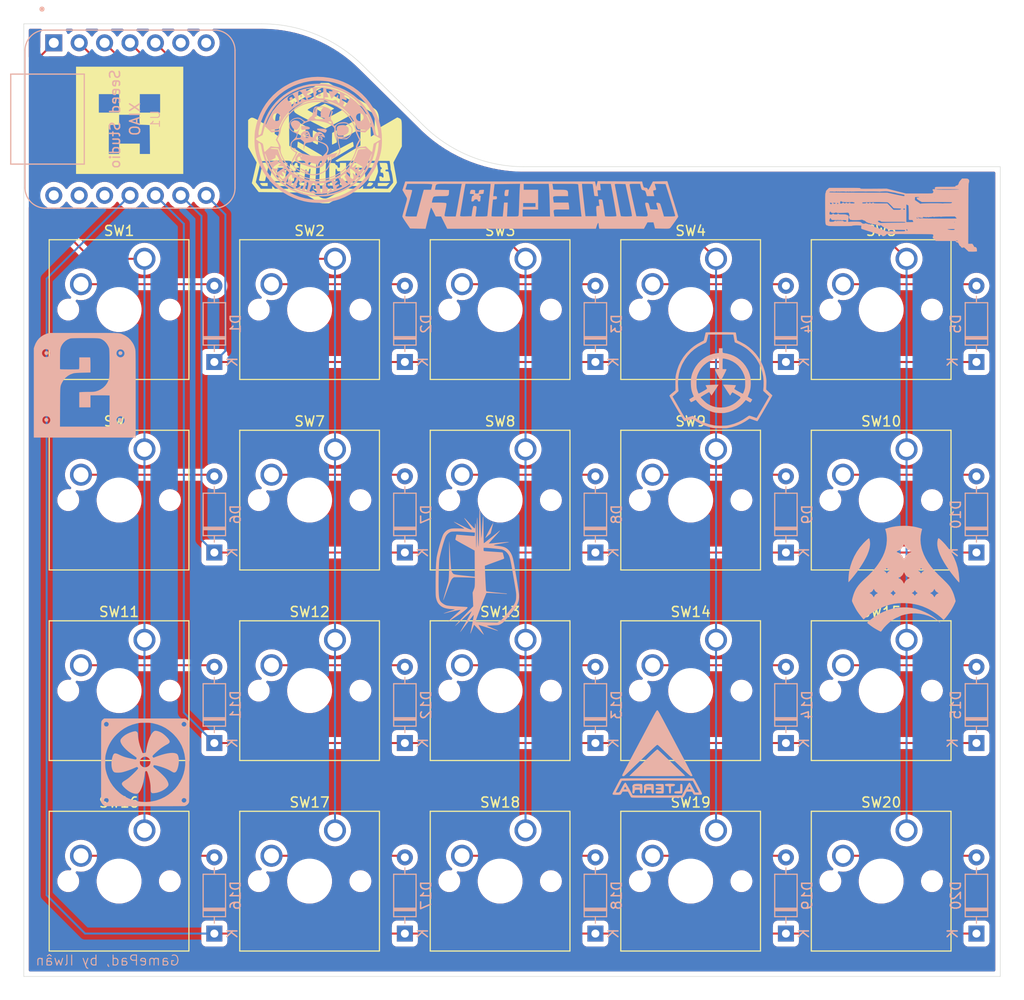
<source format=kicad_pcb>
(kicad_pcb (version 20240108) (generator "pcbnew") (generator_version "8.0")
  (layers (0 "F.Cu" signal) (31 "B.Cu" signal) (34 "B.Paste" user) (35 "F.Paste" user) (36 "B.SilkS" user "B.Silkscreen") (37 "F.SilkS" user "F.Silkscreen") (38 "B.Mask" user) (39 "F.Mask" user) (44 "Edge.Cuts" user))
  (net 0 "")
  (net 1 "row0")
  (net 2 "Net-(D1-A)")
  (net 3 "Net-(D2-A)")
  (net 4 "Net-(D3-A)")
  (net 5 "Net-(D4-A)")
  (net 6 "Net-(D5-A)")
  (net 7 "Net-(D6-A)")
  (net 8 "Net-(D7-A)")
  (net 9 "row1")
  (net 10 "Net-(D8-A)")
  (net 11 "Net-(D9-A)")
  (net 12 "Net-(D10-A)")
  (net 13 "Net-(D11-A)")
  (net 14 "Net-(D12-A)")
  (net 15 "Net-(D13-A)")
  (net 16 "row2")
  (net 17 "Net-(D14-A)")
  (net 18 "Net-(D15-A)")
  (net 19 "Net-(D16-A)")
  (net 20 "Net-(D17-A)")
  (net 21 "Net-(D18-A)")
  (net 22 "column0")
  (net 23 "column1")
  (net 24 "column2")
  (net 25 "column3")
  (net 26 "column4")
  (net 31 "row3")
  (net 32 "Net-(D19-A)")
  (net 33 "Net-(D20-A)")
  (footprint "Button_Switch_Keyboard:SW_Cherry_MX_1.00u_PCB" (layer "F.Cu") (at 126.365 61.595)
    (property "Reference" "SW7" (at -2.54 -2.794 0) (layer "F.SilkS"))
    (property "Value" "SW_Push_45deg")
    (pad "" np_thru_hole circle (at -7.62 5.08) (size 1.7 1.7) (drill 1.7) (layers "*.Cu" "*.Mask"))
    (pad "" np_thru_hole circle (at -2.54 5.08) (size 4 4) (drill 4) (layers "*.Cu" "*.Mask"))
    (pad "" np_thru_hole circle (at 2.54 5.08) (size 1.7 1.7) (drill 1.7) (layers "*.Cu" "*.Mask"))
    (pad "1" thru_hole circle (at 0 0) (size 2.2 2.2) (drill 1.5) (layers "*.Cu" "*.Mask") (net 23 "column1"))
    (pad "2" thru_hole circle (at -6.35 2.54) (size 2.2 2.2) (drill 1.5) (layers "*.Cu" "*.Mask") (net 8 "Net-(D7-A)"))
  )
  (footprint "Button_Switch_Keyboard:SW_Cherry_MX_1.00u_PCB" (layer "F.Cu") (at 164.465 80.645)
    (property "Reference" "SW14" (at -2.54 -2.794 0) (layer "F.SilkS"))
    (property "Value" "SW_Push_45deg")
    (pad "" np_thru_hole circle (at -7.62 5.08) (size 1.7 1.7) (drill 1.7) (layers "*.Cu" "*.Mask"))
    (pad "" np_thru_hole circle (at -2.54 5.08) (size 4 4) (drill 4) (layers "*.Cu" "*.Mask"))
    (pad "" np_thru_hole circle (at 2.54 5.08) (size 1.7 1.7) (drill 1.7) (layers "*.Cu" "*.Mask"))
    (pad "1" thru_hole circle (at 0 0) (size 2.2 2.2) (drill 1.5) (layers "*.Cu" "*.Mask") (net 25 "column3"))
    (pad "2" thru_hole circle (at -6.35 2.54) (size 2.2 2.2) (drill 1.5) (layers "*.Cu" "*.Mask") (net 17 "Net-(D14-A)"))
  )
  (footprint "Button_Switch_Keyboard:SW_Cherry_MX_1.00u_PCB" (layer "F.Cu") (at 145.415 42.545)
    (property "Reference" "SW3" (at -2.54 -2.794 0) (layer "F.SilkS"))
    (property "Value" "SW_Push_45deg")
    (pad "" np_thru_hole circle (at -7.62 5.08) (size 1.7 1.7) (drill 1.7) (layers "*.Cu" "*.Mask"))
    (pad "" np_thru_hole circle (at -2.54 5.08) (size 4 4) (drill 4) (layers "*.Cu" "*.Mask"))
    (pad "" np_thru_hole circle (at 2.54 5.08) (size 1.7 1.7) (drill 1.7) (layers "*.Cu" "*.Mask"))
    (pad "1" thru_hole circle (at 0 0) (size 2.2 2.2) (drill 1.5) (layers "*.Cu" "*.Mask") (net 24 "column2"))
    (pad "2" thru_hole circle (at -6.35 2.54) (size 2.2 2.2) (drill 1.5) (layers "*.Cu" "*.Mask") (net 4 "Net-(D3-A)"))
  )
  (footprint "Button_Switch_Keyboard:SW_Cherry_MX_1.00u_PCB" (layer "F.Cu") (at 164.465 99.695)
    (property "Reference" "SW19" (at -2.54 -2.794 0) (layer "F.SilkS"))
    (property "Value" "SW_Push_45deg")
    (pad "" np_thru_hole circle (at -7.62 5.08) (size 1.7 1.7) (drill 1.7) (layers "*.Cu" "*.Mask"))
    (pad "" np_thru_hole circle (at -2.54 5.08) (size 4 4) (drill 4) (layers "*.Cu" "*.Mask"))
    (pad "" np_thru_hole circle (at 2.54 5.08) (size 1.7 1.7) (drill 1.7) (layers "*.Cu" "*.Mask"))
    (pad "1" thru_hole circle (at 0 0) (size 2.2 2.2) (drill 1.5) (layers "*.Cu" "*.Mask") (net 25 "column3"))
    (pad "2" thru_hole circle (at -6.35 2.54) (size 2.2 2.2) (drill 1.5) (layers "*.Cu" "*.Mask") (net 32 "Net-(D19-A)"))
  )
  (footprint "Button_Switch_Keyboard:SW_Cherry_MX_1.00u_PCB" (layer "F.Cu") (at 145.415 80.645)
    (property "Reference" "SW13" (at -2.54 -2.794 0) (layer "F.SilkS"))
    (property "Value" "SW_Push_45deg")
    (pad "" np_thru_hole circle (at -7.62 5.08) (size 1.7 1.7) (drill 1.7) (layers "*.Cu" "*.Mask"))
    (pad "" np_thru_hole circle (at -2.54 5.08) (size 4 4) (drill 4) (layers "*.Cu" "*.Mask"))
    (pad "" np_thru_hole circle (at 2.54 5.08) (size 1.7 1.7) (drill 1.7) (layers "*.Cu" "*.Mask"))
    (pad "1" thru_hole circle (at 0 0) (size 2.2 2.2) (drill 1.5) (layers "*.Cu" "*.Mask") (net 24 "column2"))
    (pad "2" thru_hole circle (at -6.35 2.54) (size 2.2 2.2) (drill 1.5) (layers "*.Cu" "*.Mask") (net 15 "Net-(D13-A)"))
  )
  (footprint "Button_Switch_Keyboard:SW_Cherry_MX_1.00u_PCB" (layer "F.Cu") (at 164.465 61.595)
    (property "Reference" "SW9" (at -2.54 -2.794 0) (layer "F.SilkS"))
    (property "Value" "SW_Push_45deg")
    (pad "" np_thru_hole circle (at -7.62 5.08) (size 1.7 1.7) (drill 1.7) (layers "*.Cu" "*.Mask"))
    (pad "" np_thru_hole circle (at -2.54 5.08) (size 4 4) (drill 4) (layers "*.Cu" "*.Mask"))
    (pad "" np_thru_hole circle (at 2.54 5.08) (size 1.7 1.7) (drill 1.7) (layers "*.Cu" "*.Mask"))
    (pad "1" thru_hole circle (at 0 0) (size 2.2 2.2) (drill 1.5) (layers "*.Cu" "*.Mask") (net 25 "column3"))
    (pad "2" thru_hole circle (at -6.35 2.54) (size 2.2 2.2) (drill 1.5) (layers "*.Cu" "*.Mask") (net 11 "Net-(D9-A)"))
  )
  (footprint "LOGO" (layer "F.Cu") (at 106.172 29.464)
    (property "Reference" "G***" (hide yes))
    (property "Value" "LOGO" (hide yes))
  )
  (footprint "Button_Switch_Keyboard:SW_Cherry_MX_1.00u_PCB" (layer "F.Cu") (at 126.365 42.545)
    (property "Reference" "SW2" (at -2.54 -2.794 0) (layer "F.SilkS"))
    (property "Value" "SW_Push_45deg")
    (pad "" np_thru_hole circle (at -7.62 5.08) (size 1.7 1.7) (drill 1.7) (layers "*.Cu" "*.Mask"))
    (pad "" np_thru_hole circle (at -2.54 5.08) (size 4 4) (drill 4) (layers "*.Cu" "*.Mask"))
    (pad "" np_thru_hole circle (at 2.54 5.08) (size 1.7 1.7) (drill 1.7) (layers "*.Cu" "*.Mask"))
    (pad "1" thru_hole circle (at 0 0) (size 2.2 2.2) (drill 1.5) (layers "*.Cu" "*.Mask") (net 23 "column1"))
    (pad "2" thru_hole circle (at -6.35 2.54) (size 2.2 2.2) (drill 1.5) (layers "*.Cu" "*.Mask") (net 3 "Net-(D2-A)"))
  )
  (footprint "Button_Switch_Keyboard:SW_Cherry_MX_1.00u_PCB" (layer "F.Cu") (at 126.365 80.645)
    (property "Reference" "SW12" (at -2.54 -2.794 0) (layer "F.SilkS"))
    (property "Value" "SW_Push_45deg")
    (pad "" np_thru_hole circle (at -7.62 5.08) (size 1.7 1.7) (drill 1.7) (layers "*.Cu" "*.Mask"))
    (pad "" np_thru_hole circle (at -2.54 5.08) (size 4 4) (drill 4) (layers "*.Cu" "*.Mask"))
    (pad "" np_thru_hole circle (at 2.54 5.08) (size 1.7 1.7) (drill 1.7) (layers "*.Cu" "*.Mask"))
    (pad "1" thru_hole circle (at 0 0) (size 2.2 2.2) (drill 1.5) (layers "*.Cu" "*.Mask") (net 23 "column1"))
    (pad "2" thru_hole circle (at -6.35 2.54) (size 2.2 2.2) (drill 1.5) (layers "*.Cu" "*.Mask") (net 14 "Net-(D12-A)"))
  )
  (footprint "Button_Switch_Keyboard:SW_Cherry_MX_1.00u_PCB" (layer "F.Cu") (at 107.315 80.645)
    (property "Reference" "SW11" (at -2.54 -2.794 0) (layer "F.SilkS"))
    (property "Value" "SW_Push_45deg")
    (pad "" np_thru_hole circle (at -7.62 5.08) (size 1.7 1.7) (drill 1.7) (layers "*.Cu" "*.Mask"))
    (pad "" np_thru_hole circle (at -2.54 5.08) (size 4 4) (drill 4) (layers "*.Cu" "*.Mask"))
    (pad "" np_thru_hole circle (at 2.54 5.08) (size 1.7 1.7) (drill 1.7) (layers "*.Cu" "*.Mask"))
    (pad "1" thru_hole circle (at 0 0) (size 2.2 2.2) (drill 1.5) (layers "*.Cu" "*.Mask") (net 22 "column0"))
    (pad "2" thru_hole circle (at -6.35 2.54) (size 2.2 2.2) (drill 1.5) (layers "*.Cu" "*.Mask") (net 13 "Net-(D11-A)"))
  )
  (footprint "Button_Switch_Keyboard:SW_Cherry_MX_1.00u_PCB" (layer "F.Cu") (at 164.465 42.545)
    (property "Reference" "SW4" (at -2.54 -2.794 0) (layer "F.SilkS"))
    (property "Value" "SW_Push_45deg")
    (pad "" np_thru_hole circle (at -7.62 5.08) (size 1.7 1.7) (drill 1.7) (layers "*.Cu" "*.Mask"))
    (pad "" np_thru_hole circle (at -2.54 5.08) (size 4 4) (drill 4) (layers "*.Cu" "*.Mask"))
    (pad "" np_thru_hole circle (at 2.54 5.08) (size 1.7 1.7) (drill 1.7) (layers "*.Cu" "*.Mask"))
    (pad "1" thru_hole circle (at 0 0) (size 2.2 2.2) (drill 1.5) (layers "*.Cu" "*.Mask") (net 25 "column3"))
    (pad "2" thru_hole circle (at -6.35 2.54) (size 2.2 2.2) (drill 1.5) (layers "*.Cu" "*.Mask") (net 5 "Net-(D4-A)"))
  )
  (footprint "Button_Switch_Keyboard:SW_Cherry_MX_1.00u_PCB" (layer "F.Cu") (at 183.515 99.695)
    (property "Reference" "SW20" (at -2.54 -2.794 0) (layer "F.SilkS"))
    (property "Value" "SW_Push_45deg")
    (pad "" np_thru_hole circle (at -7.62 5.08) (size 1.7 1.7) (drill 1.7) (layers "*.Cu" "*.Mask"))
    (pad "" np_thru_hole circle (at -2.54 5.08) (size 4 4) (drill 4) (layers "*.Cu" "*.Mask"))
    (pad "" np_thru_hole circle (at 2.54 5.08) (size 1.7 1.7) (drill 1.7) (layers "*.Cu" "*.Mask"))
    (pad "1" thru_hole circle (at 0 0) (size 2.2 2.2) (drill 1.5) (layers "*.Cu" "*.Mask") (net 26 "column4"))
    (pad "2" thru_hole circle (at -6.35 2.54) (size 2.2 2.2) (drill 1.5) (layers "*.Cu" "*.Mask") (net 33 "Net-(D20-A)"))
  )
  (footprint "Button_Switch_Keyboard:SW_Cherry_MX_1.00u_PCB" (layer "F.Cu") (at 107.315 42.545)
    (property "Reference" "SW1" (at -2.54 -2.794 0) (layer "F.SilkS"))
    (property "Value" "SW_Push_45deg")
    (pad "" np_thru_hole circle (at -7.62 5.08) (size 1.7 1.7) (drill 1.7) (layers "*.Cu" "*.Mask"))
    (pad "" np_thru_hole circle (at -2.54 5.08) (size 4 4) (drill 4) (layers "*.Cu" "*.Mask"))
    (pad "" np_thru_hole circle (at 2.54 5.08) (size 1.7 1.7) (drill 1.7) (layers "*.Cu" "*.Mask"))
    (pad "1" thru_hole circle (at 0 0) (size 2.2 2.2) (drill 1.5) (layers "*.Cu" "*.Mask") (net 22 "column0"))
    (pad "2" thru_hole circle (at -6.35 2.54) (size 2.2 2.2) (drill 1.5) (layers "*.Cu" "*.Mask") (net 2 "Net-(D1-A)"))
  )
  (footprint "Button_Switch_Keyboard:SW_Cherry_MX_1.00u_PCB" (layer "F.Cu") (at 145.415 61.595)
    (property "Reference" "SW8" (at -2.54 -2.794 0) (layer "F.SilkS"))
    (property "Value" "SW_Push_45deg")
    (pad "" np_thru_hole circle (at -7.62 5.08) (size 1.7 1.7) (drill 1.7) (layers "*.Cu" "*.Mask"))
    (pad "" np_thru_hole circle (at -2.54 5.08) (size 4 4) (drill 4) (layers "*.Cu" "*.Mask"))
    (pad "" np_thru_hole circle (at 2.54 5.08) (size 1.7 1.7) (drill 1.7) (layers "*.Cu" "*.Mask"))
    (pad "1" thru_hole circle (at 0 0) (size 2.2 2.2) (drill 1.5) (layers "*.Cu" "*.Mask") (net 24 "column2"))
    (pad "2" thru_hole circle (at -6.35 2.54) (size 2.2 2.2) (drill 1.5) (layers "*.Cu" "*.Mask") (net 10 "Net-(D8-A)"))
  )
  (footprint "Button_Switch_Keyboard:SW_Cherry_MX_1.00u_PCB" (layer "F.Cu") (at 126.365 99.695)
    (property "Reference" "SW17" (at -2.54 -2.794 0) (layer "F.SilkS"))
    (property "Value" "SW_Push_45deg")
    (pad "" np_thru_hole circle (at -7.62 5.08) (size 1.7 1.7) (drill 1.7) (layers "*.Cu" "*.Mask"))
    (pad "" np_thru_hole circle (at -2.54 5.08) (size 4 4) (drill 4) (layers "*.Cu" "*.Mask"))
    (pad "" np_thru_hole circle (at 2.54 5.08) (size 1.7 1.7) (drill 1.7) (layers "*.Cu" "*.Mask"))
    (pad "1" thru_hole circle (at 0 0) (size 2.2 2.2) (drill 1.5) (layers "*.Cu" "*.Mask") (net 23 "column1"))
    (pad "2" thru_hole circle (at -6.35 2.54) (size 2.2 2.2) (drill 1.5) (layers "*.Cu" "*.Mask") (net 20 "Net-(D17-A)"))
  )
  (footprint "Button_Switch_Keyboard:SW_Cherry_MX_1.00u_PCB" (layer "F.Cu") (at 183.515 42.545)
    (property "Reference" "SW5" (at -2.54 -2.794 0) (layer "F.SilkS"))
    (property "Value" "SW_Push_45deg")
    (pad "" np_thru_hole circle (at -7.62 5.08) (size 1.7 1.7) (drill 1.7) (layers "*.Cu" "*.Mask"))
    (pad "" np_thru_hole circle (at -2.54 5.08) (size 4 4) (drill 4) (layers "*.Cu" "*.Mask"))
    (pad "" np_thru_hole circle (at 2.54 5.08) (size 1.7 1.7) (drill 1.7) (layers "*.Cu" "*.Mask"))
    (pad "1" thru_hole circle (at 0 0) (size 2.2 2.2) (drill 1.5) (layers "*.Cu" "*.Mask") (net 26 "column4"))
    (pad "2" thru_hole circle (at -6.35 2.54) (size 2.2 2.2) (drill 1.5) (layers "*.Cu" "*.Mask") (net 6 "Net-(D5-A)"))
  )
  (footprint "Button_Switch_Keyboard:SW_Cherry_MX_1.00u_PCB" (layer "F.Cu") (at 107.315 99.695)
    (property "Reference" "SW16" (at -2.54 -2.794 0) (layer "F.SilkS"))
    (property "Value" "SW_Push_45deg")
    (pad "" np_thru_hole circle (at -7.62 5.08) (size 1.7 1.7) (drill 1.7) (layers "*.Cu" "*.Mask"))
    (pad "" np_thru_hole circle (at -2.54 5.08) (size 4 4) (drill 4) (layers "*.Cu" "*.Mask"))
    (pad "" np_thru_hole circle (at 2.54 5.08) (size 1.7 1.7) (drill 1.7) (layers "*.Cu" "*.Mask"))
    (pad "1" thru_hole circle (at 0 0) (size 2.2 2.2) (drill 1.5) (layers "*.Cu" "*.Mask") (net 22 "column0"))
    (pad "2" thru_hole circle (at -6.35 2.54) (size 2.2 2.2) (drill 1.5) (layers "*.Cu" "*.Mask") (net 19 "Net-(D16-A)"))
  )
  (footprint "Button_Switch_Keyboard:SW_Cherry_MX_1.00u_PCB" (layer "F.Cu") (at 145.415 99.695)
    (property "Reference" "SW18" (at -2.54 -2.794 0) (layer "F.SilkS"))
    (property "Value" "SW_Push_45deg")
    (pad "" np_thru_hole circle (at -7.62 5.08) (size 1.7 1.7) (drill 1.7) (layers "*.Cu" "*.Mask"))
    (pad "" np_thru_hole circle (at -2.54 5.08) (size 4 4) (drill 4) (layers "*.Cu" "*.Mask"))
    (pad "" np_thru_hole circle (at 2.54 5.08) (size 1.7 1.7) (drill 1.7) (layers "*.Cu" "*.Mask"))
    (pad "1" thru_hole circle (at 0 0) (size 2.2 2.2) (drill 1.5) (layers "*.Cu" "*.Mask") (net 24 "column2"))
    (pad "2" thru_hole circle (at -6.35 2.54) (size 2.2 2.2) (drill 1.5) (layers "*.Cu" "*.Mask") (net 21 "Net-(D18-A)"))
  )
  (footprint "Button_Switch_Keyboard:SW_Cherry_MX_1.00u_PCB" (layer "F.Cu") (at 107.315 61.595)
    (property "Reference" "SW6" (at -2.54 -2.794 0) (layer "F.SilkS"))
    (property "Value" "SW_Push_45deg")
    (pad "" np_thru_hole circle (at -7.62 5.08) (size 1.7 1.7) (drill 1.7) (layers "*.Cu" "*.Mask"))
    (pad "" np_thru_hole circle (at -2.54 5.08) (size 4 4) (drill 4) (layers "*.Cu" "*.Mask"))
    (pad "" np_thru_hole circle (at 2.54 5.08) (size 1.7 1.7) (drill 1.7) (layers "*.Cu" "*.Mask"))
    (pad "1" thru_hole circle (at 0 0) (size 2.2 2.2) (drill 1.5) (layers "*.Cu" "*.Mask") (net 22 "column0"))
    (pad "2" thru_hole circle (at -6.35 2.54) (size 2.2 2.2) (drill 1.5) (layers "*.Cu" "*.Mask") (net 7 "Net-(D6-A)"))
  )
  (footprint "LOGO" (layer "F.Cu") (at 125.476 32.512)
    (property "Reference" "G***" (hide yes))
    (property "Value" "LOGO" (hide yes))
  )
  (footprint "Button_Switch_Keyboard:SW_Cherry_MX_1.00u_PCB" (layer "F.Cu") (at 183.515 61.595)
    (property "Reference" "SW10" (at -2.54 -2.794 0) (layer "F.SilkS"))
    (property "Value" "SW_Push_45deg")
    (pad "" np_thru_hole circle (at -7.62 5.08) (size 1.7 1.7) (drill 1.7) (layers "*.Cu" "*.Mask"))
    (pad "" np_thru_hole circle (at -2.54 5.08) (size 4 4) (drill 4) (layers "*.Cu" "*.Mask"))
    (pad "" np_thru_hole circle (at 2.54 5.08) (size 1.7 1.7) (drill 1.7) (layers "*.Cu" "*.Mask"))
    (pad "1" thru_hole circle (at 0 0) (size 2.2 2.2) (drill 1.5) (layers "*.Cu" "*.Mask") (net 26 "column4"))
    (pad "2" thru_hole circle (at -6.35 2.54) (size 2.2 2.2) (drill 1.5) (layers "*.Cu" "*.Mask") (net 12 "Net-(D10-A)"))
  )
  (footprint "Button_Switch_Keyboard:SW_Cherry_MX_1.00u_PCB" (layer "F.Cu") (at 183.515 80.645)
    (property "Reference" "SW15" (at -2.54 -2.794 0) (layer "F.SilkS"))
    (property "Value" "SW_Push_45deg")
    (pad "" np_thru_hole circle (at -7.62 5.08) (size 1.7 1.7) (drill 1.7) (layers "*.Cu" "*.Mask"))
    (pad "" np_thru_hole circle (at -2.54 5.08) (size 4 4) (drill 4) (layers "*.Cu" "*.Mask"))
    (pad "" np_thru_hole circle (at 2.54 5.08) (size 1.7 1.7) (drill 1.7) (layers "*.Cu" "*.Mask"))
    (pad "1" thru_hole circle (at 0 0) (size 2.2 2.2) (drill 1.5) (layers "*.Cu" "*.Mask") (net 26 "column4"))
    (pad "2" thru_hole circle (at -6.35 2.54) (size 2.2 2.2) (drill 1.5) (layers "*.Cu" "*.Mask") (net 18 "Net-(D15-A)"))
  )
  (footprint "Diode_THT:D_DO-35_SOD27_P7.62mm_Horizontal" (layer "B.Cu") (at 152.40192 90.9648 90)
    (property "Reference" "D13" (at 3.81 2.12 90) (layer "B.SilkS") (effects (justify mirror)))
    (property "Value" "1N4148")
    (fp_text user "K" (at 0 1.8 90) (layer "B.SilkS") (effects (justify mirror)))
    (pad "1" thru_hole rect (at 0 0 90) (size 1.6 1.6) (drill 0.8) (layers "*.Cu" "*.Mask") (net 16 "row2"))
    (pad "2" thru_hole oval (at 7.62 0 90) (size 1.6 1.6) (drill 0.8) (layers "*.Cu" "*.Mask") (net 15 "Net-(D13-A)"))
  )
  (footprint "Diode_THT:D_DO-35_SOD27_P7.62mm_Horizontal" (layer "B.Cu") (at 190.5024 90.9648 90)
    (property "Reference" "D15" (at 3.81 -2.06128 90) (layer "B.SilkS") (effects (justify mirror)))
    (property "Value" "1N4148")
    (fp_text user "K" (at 0 -2.38128 90) (layer "B.SilkS") (effects (justify mirror)))
    (pad "1" thru_hole rect (at 0 0 90) (size 1.6 1.6) (drill 0.8) (layers "*.Cu" "*.Mask") (net 16 "row2"))
    (pad "2" thru_hole oval (at 7.62 0 90) (size 1.6 1.6) (drill 0.8) (layers "*.Cu" "*.Mask") (net 18 "Net-(D15-A)"))
  )
  (footprint "Diode_THT:D_DO-35_SOD27_P7.62mm_Horizontal" (layer "B.Cu") (at 152.40192 71.91456 90)
    (property "Reference" "D8" (at 3.81 2.12 90) (layer "B.SilkS") (effects (justify mirror)))
    (property "Value" "1N4148")
    (fp_text user "K" (at 0 1.8 90) (layer "B.SilkS") (effects (justify mirror)))
    (pad "1" thru_hole rect (at 0 0 90) (size 1.6 1.6) (drill 0.8) (layers "*.Cu" "*.Mask") (net 9 "row1"))
    (pad "2" thru_hole oval (at 7.62 0 90) (size 1.6 1.6) (drill 0.8) (layers "*.Cu" "*.Mask") (net 10 "Net-(D8-A)"))
  )
  (footprint "Diode_THT:D_DO-35_SOD27_P7.62mm_Horizontal" (layer "B.Cu") (at 114.30144 90.9648 90)
    (property "Reference" "D11" (at 3.81 2.12 90) (layer "B.SilkS") (effects (justify mirror)))
    (property "Value" "1N4148")
    (fp_text user "K" (at 0 1.8 90) (layer "B.SilkS") (effects (justify mirror)))
    (pad "1" thru_hole rect (at 0 0 90) (size 1.6 1.6) (drill 0.8) (layers "*.Cu" "*.Mask") (net 16 "row2"))
    (pad "2" thru_hole oval (at 7.62 0 90) (size 1.6 1.6) (drill 0.8) (layers "*.Cu" "*.Mask") (net 13 "Net-(D11-A)"))
  )
  (footprint "LOGO" (layer "B.Cu") (at 158.496 92.964 180)
    (property "Reference" "G***" (hide yes))
    (property "Value" "LOGO" (hide yes))
  )
  (footprint "Diode_THT:D_DO-35_SOD27_P7.62mm_Horizontal" (layer "B.Cu") (at 171.45216 71.91456 90)
    (property "Reference" "D9" (at 3.81 2.12 90) (layer "B.SilkS") (effects (justify mirror)))
    (property "Value" "1N4148")
    (fp_text user "K" (at 0 1.8 90) (layer "B.SilkS") (effects (justify mirror)))
    (pad "1" thru_hole rect (at 0 0 90) (size 1.6 1.6) (drill 0.8) (layers "*.Cu" "*.Mask") (net 9 "row1"))
    (pad "2" thru_hole oval (at 7.62 0 90) (size 1.6 1.6) (drill 0.8) (layers "*.Cu" "*.Mask") (net 11 "Net-(D9-A)"))
  )
  (footprint "LOGO" (layer "B.Cu") (at 124.664585 30.96721 180)
    (property "Reference" "G***" (hide yes))
    (property "Value" "LOGO" (hide yes))
  )
  (footprint "Diode_THT:D_DO-35_SOD27_P7.62mm_Horizontal" (layer "B.Cu") (at 133.35168 52.86432 90)
    (property "Reference" "D2" (at 3.81 2.12 90) (layer "B.SilkS") (effects (justify mirror)))
    (property "Value" "1N4148")
    (fp_text user "K" (at 0 1.8 90) (layer "B.SilkS") (effects (justify mirror)))
    (pad "1" thru_hole rect (at 0 0 90) (size 1.6 1.6) (drill 0.8) (layers "*.Cu" "*.Mask") (net 1 "row0"))
    (pad "2" thru_hole oval (at 7.62 0 90) (size 1.6 1.6) (drill 0.8) (layers "*.Cu" "*.Mask") (net 3 "Net-(D2-A)"))
  )
  (footprint "Diode_THT:D_DO-35_SOD27_P7.62mm_Horizontal" (layer "B.Cu") (at 133.35168 71.91456 90)
    (property "Reference" "D7" (at 3.81 2.12 90) (layer "B.SilkS") (effects (justify mirror)))
    (property "Value" "1N4148")
    (fp_text user "K" (at 0 1.8 90) (layer "B.SilkS") (effects (justify mirror)))
    (pad "1" thru_hole rect (at 0 0 90) (size 1.6 1.6) (drill 0.8) (layers "*.Cu" "*.Mask") (net 9 "row1"))
    (pad "2" thru_hole oval (at 7.62 0 90) (size 1.6 1.6) (drill 0.8) (layers "*.Cu" "*.Mask") (net 8 "Net-(D7-A)"))
  )
  (footprint "LOGO" (layer "B.Cu") (at 140.716 73.66 180)
    (property "Reference" "G***" (hide yes))
    (property "Value" "LOGO" (hide yes))
  )
  (footprint "LOGO" (layer "B.Cu") (at 107.015113 92.771173 180)
    (property "Reference" "G***" (hide yes))
    (property "Value" "LOGO" (hide yes))
  )
  (footprint "Diode_THT:D_DO-35_SOD27_P7.62mm_Horizontal" (layer "B.Cu") (at 152.40192 110.01504 90)
    (property "Reference" "D18" (at 3.81 2.12 90) (layer "B.SilkS") (effects (justify mirror)))
    (property "Value" "1N4148")
    (fp_text user "K" (at 0 1.8 90) (layer "B.SilkS") (effects (justify mirror)))
    (pad "1" thru_hole rect (at 0 0 90) (size 1.6 1.6) (drill 0.8) (layers "*.Cu" "*.Mask") (net 31 "row3"))
    (pad "2" thru_hole oval (at 7.62 0 90) (size 1.6 1.6) (drill 0.8) (layers "*.Cu" "*.Mask") (net 21 "Net-(D18-A)"))
  )
  (footprint "LOGO" (layer "B.Cu") (at 182.88 37.592 90)
    (property "Reference" "G***" (hide yes))
    (property "Value" "LOGO" (hide yes))
  )
  (footprint "Diode_THT:D_DO-35_SOD27_P7.62mm_Horizontal" (layer "B.Cu") (at 171.45216 52.86432 90)
    (property "Reference" "D4" (at 3.81 2.12 90) (layer "B.SilkS") (effects (justify mirror)))
    (property "Value" "1N4148")
    (fp_text user "K" (at 0 1.8 90) (layer "B.SilkS") (effects (justify mirror)))
    (pad "1" thru_hole rect (at 0 0 90) (size 1.6 1.6) (drill 0.8) (layers "*.Cu" "*.Mask") (net 1 "row0"))
    (pad "2" thru_hole oval (at 7.62 0 90) (size 1.6 1.6) (drill 0.8) (layers "*.Cu" "*.Mask") (net 5 "Net-(D4-A)"))
  )
  (footprint "LOGO" (layer "B.Cu") (at 101.276369 56.010675 180)
    (property "Reference" "G***" (hide yes))
    (property "Value" "LOGO" (hide yes))
  )
  (footprint "Diode_THT:D_DO-35_SOD27_P7.62mm_Horizontal" (layer "B.Cu") (at 114.30144 71.91456 90)
    (property "Reference" "D6" (at 3.81 2.12 90) (layer "B.SilkS") (effects (justify mirror)))
    (property "Value" "1N4148")
    (fp_text user "K" (at 0 1.8 90) (layer "B.SilkS") (effects (justify mirror)))
    (pad "1" thru_hole rect (at 0 0 90) (size 1.6 1.6) (drill 0.8) (layers "*.Cu" "*.Mask") (net 9 "row1"))
    (pad "2" thru_hole oval (at 7.62 0 90) (size 1.6 1.6) (drill 0.8) (layers "*.Cu" "*.Mask") (net 7 "Net-(D6-A)"))
  )
  (footprint "LOGO" (layer "B.Cu") (at 183.127688 74.721551 180)
    (property "Reference" "G***" (hide yes))
    (property "Value" "LOGO" (hide yes))
  )
  (footprint "Seeed_Studio_XIAO_Series_Library:XIAO-Generic-Thruhole-14P-2.54-21X17.8MM" (layer "B.Cu") (at 105.868015 28.57725 -90)
    (property "Reference" "U1" (at 0 -2.54 90) (layer "B.SilkS") (effects (font (size 0.889 0.889) (thickness 0.1016)) (justify mirror)))
    (property "Value" "Seeed Studio XIAO SAMD21" (hide yes))
    (fp_text user "XIAO" (at 0 -0.5 90) (layer "B.SilkS") (effects (justify mirror)))
    (fp_text user "Seeed Studio" (at 0 1.5 90) (layer "B.SilkS") (effects (justify mirror)))
    (pad "1" thru_hole rect (at -7.625 7.62 270) (size 1.7 1.7) (drill 1) (layers "*.Cu" "*.Mask") (net 22 "column0"))
    (pad "2" thru_hole circle (at -7.625 5.08 270) (size 1.7 1.7) (drill 1) (layers "*.Cu" "*.Mask") (net 23 "column1"))
    (pad "3" thru_hole circle (at -7.625 2.54 270) (size 1.7 1.7) (drill 1) (layers "*.Cu" "*.Mask") (net 24 "column2"))
    (pad "4" thru_hole circle (at -7.625 0 270) (size 1.7 1.7) (drill 1) (layers "*.Cu" "*.Mask") (net 25 "column3"))
    (pad "5" thru_hole circle (at -7.625 -2.54 270) (size 1.7 1.7) (drill 1) (layers "*.Cu" "*.Mask") (net 26 "column4"))
    (pad "6" thru_hole circle (at -7.625 -5.08 90) (size 1.7 1.7) (drill 1) (layers "*.Cu" "*.Mask"))
    (pad "7" thru_hole circle (at -7.625 -7.62 270) (size 1.7 1.7) (drill 1) (layers "*.Cu" "*.Mask"))
    (pad "8" thru_hole circle (at 7.625 -7.62 270) (size 1.7 1.7) (drill 1) (layers "*.Cu" "*.Mask") (net 1 "row0"))
    (pad "9" thru_hole circle (at 7.625 -5.08 270) (size 1.7 1.7) (drill 1) (layers "*.Cu" "*.Mask") (net 9 "row1"))
    (pad "10" thru_hole circle (at 7.625 -2.54 270) (size 1.7 1.7) (drill 1) (layers "*.Cu" "*.Mask") (net 16 "row2"))
    (pad "11" thru_hole circle (at 7.625 0 270) (size 1.7 1.7) (drill 1) (layers "*.Cu" "*.Mask") (net 31 "row3"))
    (pad "12" thru_hole circle (at 7.625 2.54 270) (size 1.7 1.7) (drill 1) (layers "*.Cu" "*.Mask"))
    (pad "13" thru_hole circle (at 7.625 5.08 270) (size 1.7 1.7) (drill 1) (layers "*.Cu" "*.Mask"))
    (pad "14" thru_hole circle (at 7.625 7.62 270) (size 1.7 1.7) (drill 1) (layers "*.Cu" "*.Mask"))
  )
  (footprint "Diode_THT:D_DO-35_SOD27_P7.62mm_Horizontal" (layer "B.Cu") (at 114.30144 110.01504 90)
    (property "Reference" "D16" (at 3.81 2.12 90) (layer "B.SilkS") (effects (justify mirror)))
    (property "Value" "1N4148")
    (fp_text user "K" (at 0 1.8 90) (layer "B.SilkS") (effects (justify mirror)))
    (pad "1" thru_hole rect (at 0 0 90) (size 1.6 1.6) (drill 0.8) (layers "*.Cu" "*.Mask") (net 31 "row3"))
    (pad "2" thru_hole oval (at 7.62 0 90) (size 1.6 1.6) (drill 0.8) (layers "*.Cu" "*.Mask") (net 19 "Net-(D16-A)"))
  )
  (footprint "Diode_THT:D_DO-35_SOD27_P7.62mm_Horizontal" (layer "B.Cu") (at 152.40192 52.86432 90)
    (property "Reference" "D3" (at 3.81 2.12 90) (layer "B.SilkS") (effects (justify mirror)))
    (property "Value" "1N4148")
    (fp_text user "K" (at 0 1.8 90) (layer "B.SilkS") (effects (justify mirror)))
    (pad "1" thru_hole rect (at 0 0 90) (size 1.6 1.6) (drill 0.8) (layers "*.Cu" "*.Mask") (net 1 "row0"))
    (pad "2" thru_hole oval (at 7.62 0 90) (size 1.6 1.6) (drill 0.8) (layers "*.Cu" "*.Mask") (net 4 "Net-(D3-A)"))
  )
  (footprint "Diode_THT:D_DO-35_SOD27_P7.62mm_Horizontal" (layer "B.Cu") (at 133.35168 110.01504 90)
    (property "Reference" "D17" (at 3.81 2.12 90) (layer "B.SilkS") (effects (justify mirror)))
    (property "Value" "1N4148")
    (fp_text user "K" (at 0 1.8 90) (layer "B.SilkS") (effects (justify mirror)))
    (pad "1" thru_hole rect (at 0 0 90) (size 1.6 1.6) (drill 0.8) (layers "*.Cu" "*.Mask") (net 31 "row3"))
    (pad "2" thru_hole oval (at 7.62 0 90) (size 1.6 1.6) (drill 0.8) (layers "*.Cu" "*.Mask") (net 20 "Net-(D17-A)"))
  )
  (footprint "Diode_THT:D_DO-35_SOD27_P7.62mm_Horizontal" (layer "B.Cu") (at 190.5024 52.86432 90)
    (property "Reference" "D5" (at 3.81 -2.06128 90) (layer "B.SilkS") (effects (justify mirror)))
    (property "Value" "1N4148")
    (fp_text user "K" (at 0 -2.38128 90) (layer "B.SilkS") (effects (justify mirror)))
    (pad "1" thru_hole rect (at 0 0 90) (size 1.6 1.6) (drill 0.8) (layers "*.Cu" "*.Mask") (net 1 "row0"))
    (pad "2" thru_hole oval (at 7.62 0 90) (size 1.6 1.6) (drill 0.8) (layers "*.Cu" "*.Mask") (net 6 "Net-(D5-A)"))
  )
  (footprint "LOGO" (layer "B.Cu") (at 164.588013 55.204438 180)
    (property "Reference" "G***" (hide yes))
    (property "Value" "LOGO" (hide yes))
  )
  (footprint "Diode_THT:D_DO-35_SOD27_P7.62mm_Horizontal" (layer "B.Cu") (at 171.45216 110.01504 90)
    (property "Reference" "D19" (at 3.81 2.12 90) (layer "B.SilkS") (effects (justify mirror)))
    (property "Value" "1N4148")
    (fp_text user "K" (at 0 1.8 90) (layer "B.SilkS") (effects (justify mirror)))
    (pad "1" thru_hole rect (at 0 0 90) (size 1.6 1.6) (drill 0.8) (layers "*.Cu" "*.Mask") (net 31 "row3"))
    (pad "2" thru_hole oval (at 7.62 0 90) (size 1.6 1.6) (drill 0.8) (layers "*.Cu" "*.Mask") (net 32 "Net-(D19-A)"))
  )
  (footprint "LOGO" (layer "B.Cu") (at 146.304 37.084 180)
    (property "Reference" "G***" (hide yes))
    (property "Value" "LOGO" (hide yes))
  )
  (footprint "Diode_THT:D_DO-35_SOD27_P7.62mm_Horizontal" (layer "B.Cu") (at 171.45216 90.9648 90)
    (property "Reference" "D14" (at 3.81 2.12 90) (layer "B.SilkS") (effects (justify mirror)))
    (property "Value" "1N4148")
    (fp_text user "K" (at 0 1.8 90) (layer "B.SilkS") (effects (justify mirror)))
    (pad "1" thru_hole rect (at 0 0 90) (size 1.6 1.6) (drill 0.8) (layers "*.Cu" "*.Mask") (net 16 "row2"))
    (pad "2" thru_hole oval (at 7.62 0 90) (size 1.6 1.6) (drill 0.8) (layers "*.Cu" "*.Mask") (net 17 "Net-(D14-A)"))
  )
  (footprint "Diode_THT:D_DO-35_SOD27_P7.62mm_Horizontal" (layer "B.Cu") (at 114.30144 52.86432 90)
    (property "Reference" "D1" (at 3.81 2.12 90) (layer "B.SilkS") (effects (justify mirror)))
    (property "Value" "1N4148")
    (fp_text user "K" (at 0 1.8 90) (layer "B.SilkS") (effects (justify mirror)))
    (pad "1" thru_hole rect (at 0 0 90) (size 1.6 1.6) (drill 0.8) (layers "*.Cu" "*.Mask") (net 1 "row0"))
    (pad "2" thru_hole oval (at 7.62 0 90) (size 1.6 1.6) (drill 0.8) (layers "*.Cu" "*.Mask") (net 2 "Net-(D1-A)"))
  )
  (footprint "Diode_THT:D_DO-35_SOD27_P7.62mm_Horizontal" (layer "B.Cu") (at 133.35168 90.9648 90)
    (property "Reference" "D12" (at 3.81 2.12 90) (layer "B.SilkS") (effects (justify mirror)))
    (property "Value" "1N4148")
    (fp_text user "K" (at 0 1.8 90) (layer "B.SilkS") (effects (justify mirror)))
    (pad "1" thru_hole rect (at 0 0 90) (size 1.6 1.6) (drill 0.8) (layers "*.Cu" "*.Mask") (net 16 "row2"))
    (pad "2" thru_hole oval (at 7.62 0 90) (size 1.6 1.6) (drill 0.8) (layers "*.Cu" "*.Mask") (net 14 "Net-(D12-A)"))
  )
  (footprint "Diode_THT:D_DO-35_SOD27_P7.62mm_Horizontal" (layer "B.Cu") (at 190.5024 71.91456 90)
    (property "Reference" "D10" (at 3.81 -2.06128 90) (layer "B.SilkS") (effects (justify mirror)))
    (property "Value" "1N4148")
    (fp_text user "K" (at 0 -2.38128 90) (layer "B.SilkS") (effects (justify mirror)))
    (pad "1" thru_hole rect (at 0 0 90) (size 1.6 1.6) (drill 0.8) (layers "*.Cu" "*.Mask") (net 9 "row1"))
    (pad "2" thru_hole oval (at 7.62 0 90) (size 1.6 1.6) (drill 0.8) (layers "*.Cu" "*.Mask") (net 12 "Net-(D10-A)"))
  )
  (footprint "Diode_THT:D_DO-35_SOD27_P7.62mm_Horizontal" (layer "B.Cu") (at 190.5024 110.01504 90)
    (property "Reference" "D20" (at 3.81 -2.06128 90) (layer "B.SilkS") (effects (justify mirror)))
    (property "Value" "1N4148")
    (fp_text user "K" (at 0 -2.38128 90) (layer "B.SilkS") (effects (justify mirror)))
    (pad "1" thru_hole rect (at 0 0 90) (size 1.6 1.6) (drill 0.8) (layers "*.Cu" "*.Mask") (net 31 "row3"))
    (pad "2" thru_hole oval (at 7.62 0 90) (size 1.6 1.6) (drill 0.8) (layers "*.Cu" "*.Mask") (net 33 "Net-(D20-A)"))
  )
  (gr_arc (start 119.064 19.05024) (mid 124.531658 20.137825) (end 129.166915 23.235005) (stroke (width 0.05)) (layer "Edge.Cuts"))
  (gr_line (start 95.2512 19.05024) (end 119.064 19.05024) (stroke (width 0.05)) (layer "Edge.Cuts"))
  (gr_line (start 129.166915 23.235005) (end 135.155165 29.153155) (stroke (width 0.05)) (layer "Edge.Cuts"))
  (gr_line (start 95.2512 114.30144) (end 192.88368 114.30144) (stroke (width 0.05)) (layer "Edge.Cuts"))
  (gr_arc (start 145.25808 33.33792) (mid 139.790422 32.250335) (end 135.155165 29.153155) (stroke (width 0.05)) (layer "Edge.Cuts"))
  (gr_line (start 145.25808 33.33792) (end 192.88368 33.33792) (stroke (width 0.05)) (layer "Edge.Cuts"))
  (gr_line (start 95.2512 19.05024) (end 95.2512 114.30144) (stroke (width 0.05)) (layer "Edge.Cuts"))
  (gr_line (start 192.88368 114.30144) (end 192.88368 33.33792) (stroke (width 0.05)) (layer "Edge.Cuts"))
  (gr_text "GamePad, by Ilwân" (at 103.632 113.284 0) (layer "B.SilkS") (effects (font (size 1 1) (thickness 0.1)) (justify bottom mirror)))
  (segment (start 114.30144 52.86432) (end 190.5024 52.86432) (width 0.2) (layer "F.Cu") (net 1))
  (segment (start 113.488015 36.20225) (end 115.40144 38.115675) (width 0.2) (layer "B.Cu") (net 1))
  (segment (start 115.40144 51.76432) (end 114.30144 52.86432) (width 0.2) (layer "B.Cu") (net 1))
  (segment (start 115.40144 38.115675) (end 115.40144 51.76432) (width 0.2) (layer "B.Cu") (net 1))
  (segment (start 100.965 45.085) (end 114.14212 45.085) (width 0.2) (layer "F.Cu") (net 2))
  (segment (start 114.14212 45.085) (end 114.30144 45.24432) (width 0.2) (layer "F.Cu") (net 2))
  (segment (start 133.19236 45.085) (end 133.35168 45.24432) (width 0.2) (layer "F.Cu") (net 3))
  (segment (start 120.015 45.085) (end 133.19236 45.085) (width 0.2) (layer "F.Cu") (net 3))
  (segment (start 152.2426 45.085) (end 152.40192 45.24432) (width 0.2) (layer "F.Cu") (net 4))
  (segment (start 139.065 45.085) (end 152.2426 45.085) (width 0.2) (layer "F.Cu") (net 4))
  (segment (start 171.29284 45.085) (end 171.45216 45.24432) (width 0.2) (layer "F.Cu") (net 5))
  (segment (start 158.115 45.085) (end 171.29284 45.085) (width 0.2) (layer "F.Cu") (net 5))
  (segment (start 190.34308 45.085) (end 190.5024 45.24432) (width 0.2) (layer "F.Cu") (net 6))
  (segment (start 177.165 45.085) (end 190.34308 45.085) (width 0.2) (layer "F.Cu") (net 6))
  (segment (start 114.14188 64.135) (end 114.30144 64.29456) (width 0.2) (layer "F.Cu") (net 7))
  (segment (start 100.965 64.135) (end 114.14188 64.135) (width 0.2) (layer "F.Cu") (net 7))
  (segment (start 120.015 64.135) (end 133.19212 64.135) (width 0.2) (layer "F.Cu") (net 8))
  (segment (start 133.19212 64.135) (end 133.35168 64.29456) (width 0.2) (layer "F.Cu") (net 8))
  (segment (start 114.30144 71.91456) (end 190.5024 71.91456) (width 0.2) (layer "F.Cu") (net 9))
  (segment (start 110.948015 36.20225) (end 113.011669 38.265904) (width 0.2) (layer "B.Cu") (net 9))
  (segment (start 113.011669 70.624789) (end 114.30144 71.91456) (width 0.2) (layer "B.Cu") (net 9))
  (segment (start 113.011669 38.265904) (end 113.011669 70.624789) (width 0.2) (layer "B.Cu") (net 9))
  (segment (start 152.24236 64.135) (end 152.40192 64.29456) (width 0.2) (layer "F.Cu") (net 10))
  (segment (start 139.065 64.135) (end 152.24236 64.135) (width 0.2) (layer "F.Cu") (net 10))
  (segment (start 171.2926 64.135) (end 171.45216 64.29456) (width 0.2) (layer "F.Cu") (net 11))
  (segment (start 158.115 64.135) (end 171.2926 64.135) (width 0.2) (layer "F.Cu") (net 11))
  (segment (start 177.165 64.135) (end 190.34284 64.135) (width 0.2) (layer "F.Cu") (net 12))
  (segment (start 190.34284 64.135) (end 190.5024 64.29456) (width 0.2) (layer "F.Cu") (net 12))
  (segment (start 114.14164 83.185) (end 114.30144 83.3448) (width 0.2) (layer "F.Cu") (net 13))
  (segment (start 100.965 83.185) (end 114.14164 83.185) (width 0.2) (layer "F.Cu") (net 13))
  (segment (start 133.19188 83.185) (end 133.35168 83.3448) (width 0.2) (layer "F.Cu") (net 14))
  (segment (start 120.015 83.185) (end 133.19188 83.185) (width 0.2) (layer "F.Cu") (net 14))
  (segment (start 152.24212 83.185) (end 152.40192 83.3448) (width 0.2) (layer "F.Cu") (net 15))
  (segment (start 139.065 83.185) (end 152.24212 83.185) (width 0.2) (layer "F.Cu") (net 15))
  (segment (start 114.30144 90.9648) (end 190.5024 90.9648) (width 0.2) (layer "F.Cu") (net 16))
  (segment (start 108.408015 36.20225) (end 111.252 39.046235) (width 0.2) (layer "B.Cu") (net 16))
  (segment (start 111.252 87.91536) (end 114.30144 90.9648) (width 0.2) (layer "B.Cu") (net 16))
  (segment (start 111.252 39.046235) (end 111.252 87.91536) (width 0.2) (layer "B.Cu") (net 16))
  (segment (start 158.115 83.185) (end 171.29236 83.185) (width 0.2) (layer "F.Cu") (net 17))
  (segment (start 171.29236 83.185) (end 171.45216 83.3448) (width 0.2) (layer "F.Cu") (net 17))
  (segment (start 190.3426 83.185) (end 190.5024 83.3448) (width 0.2) (layer "F.Cu") (net 18))
  (segment (start 177.165 83.185) (end 190.3426 83.185) (width 0.2) (layer "F.Cu") (net 18))
  (segment (start 100.965 102.235) (end 114.1414 102.235) (width 0.2) (layer "F.Cu") (net 19))
  (segment (start 114.1414 102.235) (end 114.30144 102.39504) (width 0.2) (layer "F.Cu") (net 19))
  (segment (start 120.015 102.235) (end 133.19164 102.235) (width 0.2) (layer "F.Cu") (net 20))
  (segment (start 133.19164 102.235) (end 133.35168 102.39504) (width 0.2) (layer "F.Cu") (net 20))
  (segment (start 152.24188 102.235) (end 152.40192 102.39504) (width 0.2) (layer "F.Cu") (net 21))
  (segment (start 139.065 102.235) (end 152.24188 102.235) (width 0.2) (layer "F.Cu") (net 21))
  (segment (start 107.315 42.545) (end 101.981 42.545) (width 0.2) (layer "F.Cu") (net 22))
  (segment (start 96.52 22.680265) (end 98.248015 20.95225) (width 0.2) (layer "F.Cu") (net 22))
  (segment (start 96.52 37.084) (end 96.52 22.680265) (width 0.2) (layer "F.Cu") (net 22))
  (segment (start 101.981 42.545) (end 96.52 37.084) (width 0.2) (layer "F.Cu") (net 22))
  (segment (start 107.315 42.545) (end 107.315 99.695) (width 0.2) (layer "B.Cu") (net 22))
  (segment (start 126.365 42.545) (end 122.380765 42.545) (width 0.2) (layer "F.Cu") (net 23))
  (segment (start 122.380765 42.545) (end 100.788015 20.95225) (width 0.2) (layer "F.Cu") (net 23))
  (segment (start 126.365 42.545) (end 126.365 99.695) (width 0.2) (layer "B.Cu") (net 23))
  (segment (start 142.494 39.624) (end 121.999765 39.624) (width 0.2) (layer "F.Cu") (net 24))
  (segment (start 121.999765 39.624) (end 103.328015 20.95225) (width 0.2) (layer "F.Cu") (net 24))
  (segment (start 145.415 42.545) (end 142.494 39.624) (width 0.2) (layer "F.Cu") (net 24))
  (segment (start 145.415 42.545) (end 145.415 99.695) (width 0.2) (layer "B.Cu") (net 24))
  (segment (start 159.512 37.592) (end 122.507765 37.592) (width 0.2) (layer "F.Cu") (net 25))
  (segment (start 164.465 42.545) (end 159.512 37.592) (width 0.2) (layer "F.Cu") (net 25))
  (segment (start 122.507765 37.592) (end 105.868015 20.95225) (width 0.2) (layer "F.Cu") (net 25))
  (segment (start 164.465 42.545) (end 164.465 99.695) (width 0.2) (layer "B.Cu") (net 25))
  (segment (start 183.515 42.545) (end 176.53 35.56) (width 0.2) (layer "F.Cu") (net 26))
  (segment (start 176.53 35.56) (end 123.015765 35.56) (width 0.2) (layer "F.Cu") (net 26))
  (segment (start 123.015765 35.56) (end 108.408015 20.95225) (width 0.2) (layer "F.Cu") (net 26))
  (segment (start 183.515 42.545) (end 183.515 99.695) (width 0.2) (layer "B.Cu") (net 26))
  (segment (start 114.30144 110.01504) (end 190.5024 110.01504) (width 0.2) (layer "F.Cu") (net 31))
  (segment (start 97.536 106.172) (end 101.37904 110.01504) (width 0.2) (layer "B.Cu") (net 31))
  (segment (start 97.536 44.534265) (end 97.536 106.172) (width 0.2) (layer "B.Cu") (net 31))
  (segment (start 105.868015 36.20225) (end 97.536 44.534265) (width 0.2) (layer "B.Cu") (net 31))
  (segment (start 101.37904 110.01504) (end 114.30144 110.01504) (width 0.2) (layer "B.Cu") (net 31))
  (segment (start 171.29212 102.235) (end 171.45216 102.39504) (width 0.2) (layer "F.Cu") (net 32))
  (segment (start 158.115 102.235) (end 171.29212 102.235) (width 0.2) (layer "F.Cu") (net 32))
  (segment (start 190.34236 102.235) (end 190.5024 102.39504) (width 0.2) (layer "F.Cu") (net 33))
  (segment (start 177.165 102.235) (end 190.34236 102.235) (width 0.2) (layer "F.Cu") (net 33))
  (zone (net 0) (net_name "") (layers "F&B.Cu") (connect_pads (clearance 0.5)) (min_thickness 0.25) (fill yes (thermal_gap 0.5) (thermal_bridge_width 0.5) (island_removal_mode 1) (island_area_min 10))
    (polygon (pts (xy 92.86992 16.66896) (xy 92.86992 116.68272) (xy 195.26496 116.68272) (xy 195.26496 16.66896)))
  )
)
</source>
